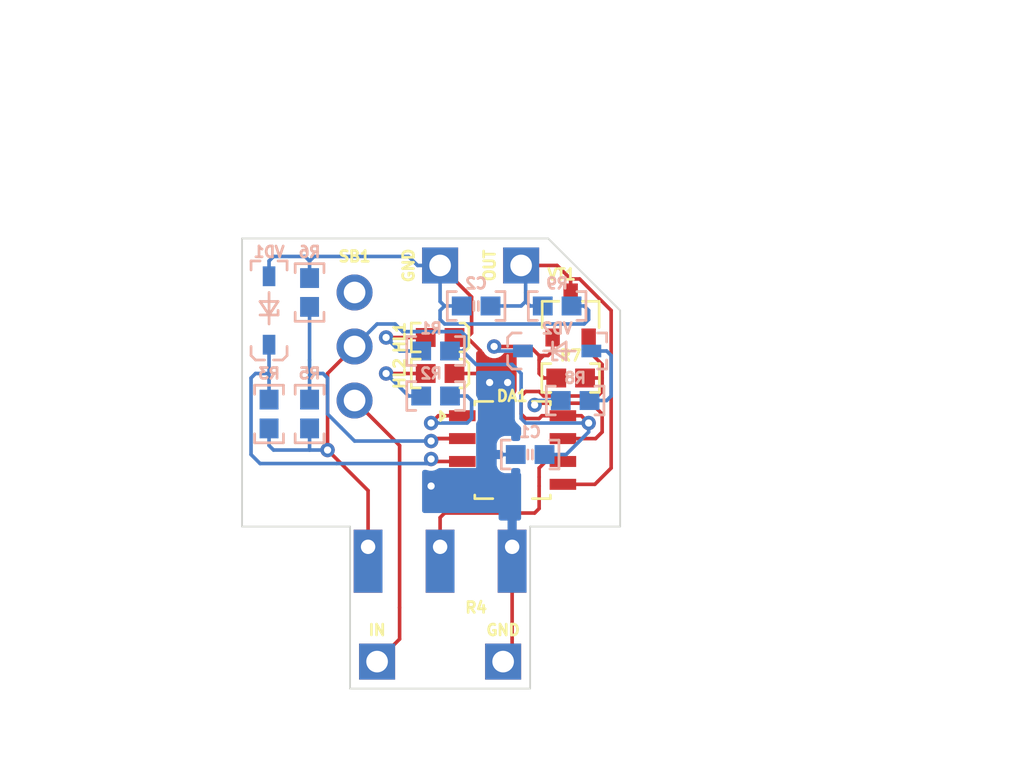
<source format=kicad_pcb>
(kicad_pcb (version 20221018) (generator pcbnew)
  (layers (0 "F.Cu" signal) (31 "B.Cu" signal) (34 "B.Paste" user) (35 "F.Paste" user) (36 "B.SilkS" user "B.Silkscreen") (37 "F.SilkS" user "F.Silkscreen") (38 "B.Mask" user) (39 "F.Mask" user) (44 "Edge.Cuts" user))
  (net 0 "")
  (net 1 "GND")
  (net 2 "/9V-IN")
  (net 4 "Net-(HL1-PadA)")
  (net 5 "9V")
  (net 6 "/UOUT")
  (net 7 "/DIRECT")
  (net 8 "AREF")
  (net 9 "2V5")
  (net 10 "/SENS")
  (net 11 "/ALARM-LED")
  (net 12 "Net-(HL2-PadA)")
  (net 13 "Net-(R7-Pad1)")
  (net 14 "Net-(R8-Pad1)")
  (footprint "MOTOR_VD_VT_HL:Корпус_КТ-46" (layer "F.Cu") (at 142.25 87.25 90)
    (fp_text reference "VT1" (at 2.25 -0.5 180) (layer "F.SilkS") (effects (font (size 0.6 0.6))))
    (fp_text value "smd-транзистор*pnp*0,5А*50В*КТ-46*ОТК" hide)
    (fp_line (start 0.76 -1.58) (end -0.7 -1.58) (stroke (width 0.15)) (layer "F.SilkS"))
    (fp_line (start 0.76 -1.58) (end 0.76 -0.65) (stroke (width 0.15)) (layer "F.SilkS"))
    (fp_line (start 0.76 1.58) (end -0.7 1.58) (stroke (width 0.15)) (layer "F.SilkS"))
    (fp_line (start 0.76 1.58) (end 0.76 0.65) (stroke (width 0.15)) (layer "F.SilkS"))
    (pad "1" smd rect (at -1.25 -1 90) (size 1 0.8) (layers "F.Cu" "F.Paste" "F.Mask") (net 13 "Net-(R7-Pad1)"))
    (pad "2" smd rect (at -1.25 1 90) (size 1 0.8) (layers "F.Cu" "F.Paste" "F.Mask") (net 5 "9V"))
    (pad "3" smd rect (at 1.25 0 90) (size 1 0.8) (layers "F.Cu" "F.Paste" "F.Mask") (net 6 "/UOUT"))
  )
  (footprint "MOTOR_ICO:Отверстие_под_пайку_D1.2" (layer "F.Cu") (at 139.5 84.5)
    (fp_text reference "X3" hide)
    (fp_text value "ico*группа_монтажных_отв.&1шт_1.2мм")
    (pad "1" thru_hole trapezoid (at 0 0) (size 2 2) (drill 1.2) (layers "*.Cu" "*.Paste" "*.Mask") (net 6 "/UOUT"))
  )
  (footprint "MOTOR_VD_VT_HL:Светодиод_SMD_IEC_0603(AK)" (layer "F.Cu") (at 135 90.5)
    (fp_text reference "HL2" (at -2.25 0 90) (layer "F.SilkS") (effects (font (size 0.6 0.6))))
    (fp_text value "smd-светодиод*красный*10мА*0603*ВП" hide)
    (fp_line (start -1.6 -0.8) (end -1.6 0.8) (stroke (width 0.15)) (layer "F.SilkS"))
    (fp_line (start -1.6 -0.8) (end -1.1 -0.8) (stroke (width 0.15)) (layer "F.SilkS"))
    (fp_line (start -1.6 0.8) (end -1.1 0.8) (stroke (width 0.15)) (layer "F.SilkS"))
    (fp_line (start 1.35 -0.8) (end 1.1 -0.8) (stroke (width 0.15)) (layer "F.SilkS"))
    (fp_line (start 1.35 0.8) (end 1.1 0.8) (stroke (width 0.15)) (layer "F.SilkS"))
    (fp_line (start 1.6 -0.55) (end 1.35 -0.8) (stroke (width 0.15)) (layer "F.SilkS"))
    (fp_line (start 1.6 -0.55) (end 1.6 0.55) (stroke (width 0.15)) (layer "F.SilkS"))
    (fp_line (start 1.6 0.55) (end 1.35 0.8) (stroke (width 0.15)) (layer "F.SilkS"))
    (pad "A" smd rect (at -0.8 0) (size 1.1 1.05) (layers "F.Cu" "F.Paste" "F.Mask") (net 12 "Net-(HL2-PadA)") (clearance 0.2))
    (pad "K" smd rect (at 0.8 0) (size 1.1 1.05) (layers "F.Cu" "F.Paste" "F.Mask") (net 1 "GND") (clearance 0.2))
  )
  (footprint "KICAD6_RLC:Резистор_SMD_IEC_0603-0,1_Вт" (layer "F.Cu") (at 142.25 90.75)
    (fp_text reference "R7" (at 0 -1.25 180) (layer "F.SilkS") (effects (font (size 0.6 0.6))))
    (fp_text value "smd-резистор*10к*0,1Вт*5проц*0603*ВП")
    (fp_line (start -1.6 -0.8) (end -1.6 0.8) (stroke (width 0.15)) (layer "F.SilkS"))
    (fp_line (start -1.6 -0.8) (end -1.1 -0.8) (stroke (width 0.15)) (layer "F.SilkS"))
    (fp_line (start -1.6 0.8) (end -1.1 0.8) (stroke (width 0.15)) (layer "F.SilkS"))
    (fp_line (start 1.6 -0.8) (end 1.1 -0.8) (stroke (width 0.15)) (layer "F.SilkS"))
    (fp_line (start 1.6 -0.8) (end 1.6 0.8) (stroke (width 0.15)) (layer "F.SilkS"))
    (fp_line (start 1.6 0.8) (end 1.1 0.8) (stroke (width 0.15)) (layer "F.SilkS"))
    (pad "1" smd rect (at -0.8 0) (size 1.1 1.05) (layers "F.Cu" "F.Paste" "F.Mask") (net 13 "Net-(R7-Pad1)") (clearance 0.2))
    (pad "2" smd rect (at 0.8 0) (size 1.1 1.05) (layers "F.Cu" "F.Paste" "F.Mask") (net 5 "9V") (clearance 0.2))
  )
  (footprint "MOTOR_ICO:Отверстие_под_пайку_D1.2" (layer "F.Cu") (at 138.5 106.5)
    (fp_text reference "X2" hide)
    (fp_text value "ico*группа_монтажных_отв.&1шт_1.2мм")
    (pad "1" thru_hole trapezoid (at 0 0) (size 2 2) (drill 1.2) (layers "*.Cu" "*.Paste" "*.Mask") (net 1 "GND"))
  )
  (footprint "MOTOR_IMPORT_OTK:SO-8" (layer "F.Cu") (at 136.2682 92.861 -90)
    (fp_text reference "DA1" (at -1.111 -2.7318) (layer "F.SilkS") (effects (font (size 0.6 0.6))))
    (fp_text value "ОУ*сдвоенный*so-8*ОТК")
    (fp_line (start -0.811 -4.858) (end -0.811 -3.858) (stroke (width 0.15)) (layer "F.SilkS"))
    (fp_line (start -0.811 -0.658) (end -0.811 -1.658) (stroke (width 0.15)) (layer "F.SilkS"))
    (fp_line (start -0.611 -4.858) (end -0.811 -4.858) (stroke (width 0.15)) (layer "F.SilkS"))
    (fp_line (start -0.611 -0.658) (end -0.811 -0.658) (stroke (width 0.15)) (layer "F.SilkS"))
    (fp_line (start -0.25 1.25) (end 0 1) (stroke (width 0.15)) (layer "F.SilkS"))
    (fp_line (start 0 1) (end 0.25 1.25) (stroke (width 0.15)) (layer "F.SilkS"))
    (fp_line (start 0.25 1.25) (end -0.25 1.25) (stroke (width 0.15)) (layer "F.SilkS"))
    (fp_line (start 4.389 -4.858) (end 4.589 -4.858) (stroke (width 0.15)) (layer "F.SilkS"))
    (fp_line (start 4.389 -0.658) (end 4.589 -0.658) (stroke (width 0.15)) (layer "F.SilkS"))
    (fp_line (start 4.589 -4.858) (end 4.589 -3.858) (stroke (width 0.15)) (layer "F.SilkS"))
    (fp_line (start 4.589 -0.658) (end 4.589 -1.658) (stroke (width 0.15)) (layer "F.SilkS"))
    (pad "1" smd rect (at -0.016 0.036 270) (size 0.6096 1.4732) (layers "F.Cu" "F.Paste" "F.Mask") (net 11 "/ALARM-LED"))
    (pad "2" smd rect (at 1.254 0.036 270) (size 0.6096 1.4732) (layers "F.Cu" "F.Paste" "F.Mask") (net 10 "/SENS"))
    (pad "3" smd rect (at 2.524 0.036 270) (size 0.6096 1.4732) (layers "F.Cu" "F.Paste" "F.Mask") (net 9 "2V5"))
    (pad "4" smd rect (at 3.794 0.036 270) (size 0.6096 1.4732) (layers "F.Cu" "F.Paste" "F.Mask") (net 1 "GND"))
    (pad "5" smd rect (at 3.794 -5.552 270) (size 0.6096 1.4732) (layers "F.Cu" "F.Paste" "F.Mask") (net 6 "/UOUT"))
    (pad "6" smd rect (at 2.524 -5.552 270) (size 0.6096 1.4732) (layers "F.Cu" "F.Paste" "F.Mask") (net 8 "AREF"))
    (pad "7" smd rect (at 1.254 -5.552 270) (size 0.6096 1.4732) (layers "F.Cu" "F.Paste" "F.Mask") (net 7 "/DIRECT"))
    (pad "8" smd rect (at -0.016 -5.552 270) (size 0.6096 1.4732) (layers "F.Cu" "F.Paste" "F.Mask") (net 5 "9V"))
  )
  (footprint "Library:KLS7-SS-12F19-G5" (layer "F.Cu") (at 130.25 92 90)
    (fp_text reference "SB1" (at 8 0 unlocked) (layer "F.SilkS") (effects (font (size 0.6 0.6))))
    (fp_text value "DIP-переключатель_KLS7-SS-12F19-G5")
    (pad "1" thru_hole circle (at 0 0 90) (size 2 2) (drill 1.2) (layers "*.Cu" "*.Mask") (net 2 "/9V-IN"))
    (pad "2" thru_hole circle (at 3 0 90) (size 2 2) (drill 1.2) (layers "*.Cu" "*.Mask") (net 5 "9V"))
    (pad "3" thru_hole circle (at 6 0 90) (size 2 2) (drill 1.2) (layers "*.Cu" "*.Mask"))
  )
  (footprint "MOTOR_ICO:Отверстие_под_пайку_D1.2" (layer "F.Cu") (at 135 84.5)
    (fp_text reference "X4" hide)
    (fp_text value "ico*группа_монтажных_отв.&1шт_1.2мм")
    (pad "1" thru_hole trapezoid (at 0 0) (size 2 2) (drill 1.2) (layers "*.Cu" "*.Paste" "*.Mask") (net 1 "GND"))
  )
  (footprint "MOTOR_VD_VT_HL:Светодиод_SMD_IEC_0603(AK)" (layer "F.Cu") (at 135 88.5)
    (fp_text reference "HL1" (at -2.25 0 90) (layer "F.SilkS") (effects (font (size 0.6 0.6))))
    (fp_text value "smd-светодиод*зеленый*10мА*0603*ВП" hide)
    (fp_line (start -1.6 -0.8) (end -1.6 0.8) (stroke (width 0.15)) (layer "F.SilkS"))
    (fp_line (start -1.6 -0.8) (end -1.1 -0.8) (stroke (width 0.15)) (layer "F.SilkS"))
    (fp_line (start -1.6 0.8) (end -1.1 0.8) (stroke (width 0.15)) (layer "F.SilkS"))
    (fp_line (start 1.35 -0.8) (end 1.1 -0.8) (stroke (width 0.15)) (layer "F.SilkS"))
    (fp_line (start 1.35 0.8) (end 1.1 0.8) (stroke (width 0.15)) (layer "F.SilkS"))
    (fp_line (start 1.6 -0.55) (end 1.35 -0.8) (stroke (width 0.15)) (layer "F.SilkS"))
    (fp_line (start 1.6 -0.55) (end 1.6 0.55) (stroke (width 0.15)) (layer "F.SilkS"))
    (fp_line (start 1.6 0.55) (end 1.35 0.8) (stroke (width 0.15)) (layer "F.SilkS"))
    (pad "A" smd rect (at -0.8 0) (size 1.1 1.05) (layers "F.Cu" "F.Paste" "F.Mask") (net 4 "Net-(HL1-PadA)") (clearance 0.2))
    (pad "K" smd rect (at 0.8 0) (size 1.1 1.05) (layers "F.Cu" "F.Paste" "F.Mask") (net 1 "GND") (clearance 0.2))
  )
  (footprint "MOTOR_ICO:Отверстие_под_пайку_D1.2" (layer "F.Cu") (at 131.5 106.5)
    (fp_text reference "X1" hide)
    (fp_text value "ico*группа_монтажных_отв.&1шт_1.2мм")
    (pad "1" thru_hole trapezoid (at 0 0) (size 2 2) (drill 1.2) (layers "*.Cu" "*.Paste" "*.Mask") (net 2 "/9V-IN"))
  )
  (footprint "Library:R1001N12B1-A10K-vertical" (layer "F.Cu") (at 139 100.125 180)
    (fp_text reference "R4" (at 2 -3.375 unlocked) (layer "F.SilkS") (effects (font (size 0.6 0.6))))
    (fp_text value "DIP-переменный_резистор_R1001N12B1-A10K_вертикальный" hide)
    (pad "1" thru_hole rect (at 0 0 180) (size 1.6 3.5) (drill 0.8 (offset 0 -0.8)) (layers "*.Cu" "*.Mask") (net 1 "GND"))
    (pad "2" thru_hole rect (at 4 0 180) (size 1.6 3.5) (drill 0.8 (offset 0 -0.8)) (layers "*.Cu" "*.Mask") (net 8 "AREF"))
    (pad "3" thru_hole rect (at 8 0 180) (size 1.6 3.5) (drill 0.8 (offset 0 -0.8)) (layers "*.Cu" "*.Mask") (net 5 "9V"))
  )
  (footprint "MOTOR_RLC:Конденсатор_SMD_IEC_0603" (layer "B.Cu") (at 140 95)
    (fp_text reference "C1" (at 0 -1.25) (layer "B.SilkS") (effects (font (size 0.6 0.6)) (justify mirror)))
    (fp_text value "smd-конденсатор-керамика*0,01мк*25В*0603*ВП")
    (fp_line (start -1.6 -0.8) (end -1.1 -0.8) (stroke (width 0.15)) (layer "B.SilkS"))
    (fp_line (start -1.6 0.8) (end -1.6 -0.8) (stroke (width 0.15)) (layer "B.SilkS"))
    (fp_line (start -1.6 0.8) (end -1.1 0.8) (stroke (width 0.15)) (layer "B.SilkS"))
    (fp_line (start -0.125 0.25) (end -0.125 -0.25) (stroke (width 0.15)) (layer "B.SilkS"))
    (fp_line (start 0.125 0.25) (end 0.125 -0.25) (stroke (width 0.15)) (layer "B.SilkS"))
    (fp_line (start 1.6 -0.8) (end 1.1 -0.8) (stroke (width 0.15)) (layer "B.SilkS"))
    (fp_line (start 1.6 0.8) (end 1.1 0.8) (stroke (width 0.15)) (layer "B.SilkS"))
    (fp_line (start 1.6 0.8) (end 1.6 -0.8) (stroke (width 0.15)) (layer "B.SilkS"))
    (pad "1" smd rect (at -0.8 0) (size 1.1 1.05) (layers "B.Cu" "B.Paste" "B.Mask") (net 1 "GND") (clearance 0.2))
    (pad "2" smd rect (at 0.8 0) (size 1.1 1.05) (layers "B.Cu" "B.Paste" "B.Mask") (net 5 "9V") (clearance 0.2))
  )
  (footprint "KICAD6_RLC:Резистор_SMD_IEC_0603-0,1_Вт" (layer "B.Cu") (at 134.75 91.75 180)
    (fp_text reference "R2" (at 0.25 1.25 180) (layer "B.SilkS") (effects (font (size 0.6 0.6)) (justify mirror)))
    (fp_text value "smd-резистор*4,7к*0603*ВП")
    (fp_line (start -1.6 -0.8) (end -1.1 -0.8) (stroke (width 0.15)) (layer "B.SilkS"))
    (fp_line (start -1.6 0.8) (end -1.6 -0.8) (stroke (width 0.15)) (layer "B.SilkS"))
    (fp_line (start -1.6 0.8) (end -1.1 0.8) (stroke (width 0.15)) (layer "B.SilkS"))
    (fp_line (start 1.6 -0.8) (end 1.1 -0.8) (stroke (width 0.15)) (layer "B.SilkS"))
    (fp_line (start 1.6 0.8) (end 1.1 0.8) (stroke (width 0.15)) (layer "B.SilkS"))
    (fp_line (start 1.6 0.8) (end 1.6 -0.8) (stroke (width 0.15)) (layer "B.SilkS"))
    (pad "1" smd rect (at -0.8 0 180) (size 1.1 1.05) (layers "B.Cu" "B.Paste" "B.Mask") (net 11 "/ALARM-LED") (clearance 0.2))
    (pad "2" smd rect (at 0.8 0 180) (size 1.1 1.05) (layers "B.Cu" "B.Paste" "B.Mask") (net 12 "Net-(HL2-PadA)") (clearance 0.2))
  )
  (footprint "KICAD6_RLC:Резистор_SMD_IEC_0603-0,1_Вт" (layer "B.Cu") (at 134.75 89.25 180)
    (fp_text reference "R1" (at 0.25 1.25 180) (layer "B.SilkS") (effects (font (size 0.6 0.6)) (justify mirror)))
    (fp_text value "smd-резистор*4,7к*0603*ВП")
    (fp_line (start -1.6 -0.8) (end -1.1 -0.8) (stroke (width 0.15)) (layer "B.SilkS"))
    (fp_line (start -1.6 0.8) (end -1.6 -0.8) (stroke (width 0.15)) (layer "B.SilkS"))
    (fp_line (start -1.6 0.8) (end -1.1 0.8) (stroke (width 0.15)) (layer "B.SilkS"))
    (fp_line (start 1.6 -0.8) (end 1.1 -0.8) (stroke (width 0.15)) (layer "B.SilkS"))
    (fp_line (start 1.6 0.8) (end 1.1 0.8) (stroke (width 0.15)) (layer "B.SilkS"))
    (fp_line (start 1.6 0.8) (end 1.6 -0.8) (stroke (width 0.15)) (layer "B.SilkS"))
    (pad "1" smd rect (at -0.8 0 180) (size 1.1 1.05) (layers "B.Cu" "B.Paste" "B.Mask") (net 5 "9V") (clearance 0.2))
    (pad "2" smd rect (at 0.8 0 180) (size 1.1 1.05) (layers "B.Cu" "B.Paste" "B.Mask") (net 4 "Net-(HL1-PadA)") (clearance 0.2))
  )
  (footprint "MOTOR_RLC:Конденсатор_SMD_IEC_0603" (layer "B.Cu") (at 137 86.75)
    (fp_text reference "C2" (at 0 -1.25 180) (layer "B.SilkS") (effects (font (size 0.6 0.6)) (justify mirror)))
    (fp_text value "smd-конденсатор-керамика*0,01мк*25В*0603*ВП")
    (fp_line (start -1.6 -0.8) (end -1.1 -0.8) (stroke (width 0.15)) (layer "B.SilkS"))
    (fp_line (start -1.6 0.8) (end -1.6 -0.8) (stroke (width 0.15)) (layer "B.SilkS"))
    (fp_line (start -1.6 0.8) (end -1.1 0.8) (stroke (width 0.15)) (layer "B.SilkS"))
    (fp_line (start -0.125 0.25) (end -0.125 -0.25) (stroke (width 0.15)) (layer "B.SilkS"))
    (fp_line (start 0.125 0.25) (end 0.125 -0.25) (stroke (width 0.15)) (layer "B.SilkS"))
    (fp_line (start 1.6 -0.8) (end 1.1 -0.8) (stroke (width 0.15)) (layer "B.SilkS"))
    (fp_line (start 1.6 0.8) (end 1.1 0.8) (stroke (width 0.15)) (layer "B.SilkS"))
    (fp_line (start 1.6 0.8) (end 1.6 -0.8) (stroke (width 0.15)) (layer "B.SilkS"))
    (pad "1" smd rect (at -0.8 0) (size 1.1 1.05) (layers "B.Cu" "B.Paste" "B.Mask") (net 1 "GND") (clearance 0.2))
    (pad "2" smd rect (at 0.8 0) (size 1.1 1.05) (layers "B.Cu" "B.Paste" "B.Mask") (net 6 "/UOUT") (clearance 0.2))
  )
  (footprint "KICAD6_RLC:Резистор_SMD_IEC_0603-0,1_Вт" (layer "B.Cu") (at 127.75 86 -90)
    (fp_text reference "R6" (at -2.25 0 180) (layer "B.SilkS") (effects (font (size 0.6 0.6)) (justify mirror)))
    (fp_text value "smd-резистор*10к*0,1Вт*5проц*0603*ВП")
    (fp_line (start -1.6 -0.8) (end -1.1 -0.8) (stroke (width 0.15)) (layer "B.SilkS"))
    (fp_line (start -1.6 0.8) (end -1.6 -0.8) (stroke (width 0.15)) (layer "B.SilkS"))
    (fp_line (start -1.6 0.8) (end -1.1 0.8) (stroke (width 0.15)) (layer "B.SilkS"))
    (fp_line (start 1.6 -0.8) (end 1.1 -0.8) (stroke (width 0.15)) (layer "B.SilkS"))
    (fp_line (start 1.6 0.8) (end 1.1 0.8) (stroke (width 0.15)) (layer "B.SilkS"))
    (fp_line (start 1.6 0.8) (end 1.6 -0.8) (stroke (width 0.15)) (layer "B.SilkS"))
    (pad "1" smd rect (at -0.8 0 270) (size 1.1 1.05) (layers "B.Cu" "B.Paste" "B.Mask") (net 1 "GND") (clearance 0.2))
    (pad "2" smd rect (at 0.8 0 270) (size 1.1 1.05) (layers "B.Cu" "B.Paste" "B.Mask") (net 10 "/SENS") (clearance 0.2))
  )
  (footprint "KICAD6_RLC:Резистор_SMD_IEC_0603-0,1_Вт" (layer "B.Cu") (at 142.5 92 180)
    (fp_text reference "R8" (at 0 1.25 180) (layer "B.SilkS") (effects (font (size 0.6 0.6)) (justify mirror)))
    (fp_text value "smd-резистор*4,7к*0603*ВП")
    (fp_line (start -1.6 -0.8) (end -1.1 -0.8) (stroke (width 0.15)) (layer "B.SilkS"))
    (fp_line (start -1.6 0.8) (end -1.6 -0.8) (stroke (width 0.15)) (layer "B.SilkS"))
    (fp_line (start -1.6 0.8) (end -1.1 0.8) (stroke (width 0.15)) (layer "B.SilkS"))
    (fp_line (start 1.6 -0.8) (end 1.1 -0.8) (stroke (width 0.15)) (layer "B.SilkS"))
    (fp_line (start 1.6 0.8) (end 1.1 0.8) (stroke (width 0.15)) (layer "B.SilkS"))
    (fp_line (start 1.6 0.8) (end 1.6 -0.8) (stroke (width 0.15)) (layer "B.SilkS"))
    (pad "1" smd rect (at -0.8 0 180) (size 1.1 1.05) (layers "B.Cu" "B.Paste" "B.Mask") (net 14 "Net-(R8-Pad1)") (clearance 0.2))
    (pad "2" smd rect (at 0.8 0 180) (size 1.1 1.05) (layers "B.Cu" "B.Paste" "B.Mask") (net 7 "/DIRECT") (clearance 0.2))
  )
  (footprint "KICAD6_RLC:Резистор_SMD_IEC_0603-0,1_Вт" (layer "B.Cu") (at 125.5 92.75 -90)
    (fp_text reference "R3" (at -2.25 0 180) (layer "B.SilkS") (effects (font (size 0.6 0.6)) (justify mirror)))
    (fp_text value "smd-резистор*10к*0,1Вт*5проц*0603*ВП")
    (fp_line (start -1.6 -0.8) (end -1.1 -0.8) (stroke (width 0.15)) (layer "B.SilkS"))
    (fp_line (start -1.6 0.8) (end -1.6 -0.8) (stroke (width 0.15)) (layer "B.SilkS"))
    (fp_line (start -1.6 0.8) (end -1.1 0.8) (stroke (width 0.15)) (layer "B.SilkS"))
    (fp_line (start 1.6 -0.8) (end 1.1 -0.8) (stroke (width 0.15)) (layer "B.SilkS"))
    (fp_line (start 1.6 0.8) (end 1.1 0.8) (stroke (width 0.15)) (layer "B.SilkS"))
    (fp_line (start 1.6 0.8) (end 1.6 -0.8) (stroke (width 0.15)) (layer "B.SilkS"))
    (pad "1" smd rect (at -0.8 0 270) (size 1.1 1.05) (layers "B.Cu" "B.Paste" "B.Mask") (net 9 "2V5") (clearance 0.2))
    (pad "2" smd rect (at 0.8 0 270) (size 1.1 1.05) (layers "B.Cu" "B.Paste" "B.Mask") (net 5 "9V") (clearance 0.2))
  )
  (footprint "MOTOR_VD_VT_HL:Корпус_IEC_КД-36" (layer "B.Cu") (at 125.5 87 90)
    (fp_text reference "VD1" (at 3.25 0 180) (layer "B.SilkS") (effects (font (size 0.6 0.6)) (justify mirror)))
    (fp_text value "smd-стабилитрон*6,8В*5мА*КД-36*ОТК")
    (fp_line (start -2.75 -0.75) (end -2.75 -0.25) (stroke (width 0.15)) (layer "B.SilkS"))
    (fp_line (start -2.75 -0.75) (end -2.5 -1) (stroke (width 0.15)) (layer "B.SilkS"))
    (fp_line (start -2.75 0.25) (end -2.75 0.75) (stroke (width 0.15)) (layer "B.SilkS"))
    (fp_line (start -2.5 1) (end -2.75 0.75) (stroke (width 0.15)) (layer "B.SilkS"))
    (fp_line (start -2.5 1) (end -2 1) (stroke (width 0.15)) (layer "B.SilkS"))
    (fp_line (start -2 -1) (end -2.5 -1) (stroke (width 0.15)) (layer "B.SilkS"))
    (fp_line (start -0.75 0) (end 1 0) (stroke (width 0.15)) (layer "B.SilkS"))
    (fp_line (start -0.25 -0.5) (end -0.25 0.5) (stroke (width 0.15)) (layer "B.SilkS"))
    (fp_line (start -0.25 0) (end 0.5 -0.5) (stroke (width 0.15)) (layer "B.SilkS"))
    (fp_line (start -0.25 0.5) (end 0 0.5) (stroke (width 0.15)) (layer "B.SilkS"))
    (fp_line (start 0.5 -0.5) (end 0.5 0.5) (stroke (width 0.15)) (layer "B.SilkS"))
    (fp_line (start 0.5 0.5) (end -0.25 0) (stroke (width 0.15)) (layer "B.SilkS"))
    (fp_line (start 2.25 1) (end 2.75 1) (stroke (width 0.15)) (layer "B.SilkS"))
    (fp_line (start 2.75 -1) (end 2.25 -1) (stroke (width 0.15)) (layer "B.SilkS"))
    (fp_line (start 2.75 -0.5) (end 2.75 -1) (stroke (width 0.15)) (layer "B.SilkS"))
    (fp_line (start 2.75 0.5) (end 2.75 1) (stroke (width 0.15)) (layer "B.SilkS"))
    (pad "A" smd rect (at 1.9 0 90) (size 1.1 0.7) (layers "B.Cu" "B.Paste" "B.Mask") (net 1 "GND"))
    (pad "K" smd rect (at -1.9 0 90) (size 1.1 0.7) (layers "B.Cu" "B.Paste" "B.Mask") (net 9 "2V5"))
  )
  (footprint "MOTOR_VD_VT_HL:Корпус_IEC_КД-36" (layer "B.Cu") (at 141.5 89.25)
    (fp_text reference "VD2" (at 0 -1.25) (layer "B.SilkS") (effects (font (size 0.6 0.6)) (justify mirror)))
    (fp_text value "smd-стабилитрон*6,8В*5мА*КД-36*ОТК")
    (fp_line (start -2.75 -0.75) (end -2.75 -0.25) (stroke (width 0.15)) (layer "B.SilkS"))
    (fp_line (start -2.75 -0.75) (end -2.5 -1) (stroke (width 0.15)) (layer "B.SilkS"))
    (fp_line (start -2.75 0.25) (end -2.75 0.75) (stroke (width 0.15)) (layer "B.SilkS"))
    (fp_line (start -2.5 1) (end -2.75 0.75) (stroke (width 0.15)) (layer "B.SilkS"))
    (fp_line (start -2.5 1) (end -2 1) (stroke (width 0.15)) (layer "B.SilkS"))
    (fp_line (start -2 -1) (end -2.5 -1) (stroke (width 0.15)) (layer "B.SilkS"))
    (fp_line (start -0.75 0) (end 1 0) (stroke (width 0.15)) (layer "B.SilkS"))
    (fp_line (start -0.25 -0.5) (end -0.25 0.5) (stroke (width 0.15)) (layer "B.SilkS"))
    (fp_line (start -0.25 0) (end 0.5 -0.5) (stroke (width 0.15)) (layer "B.SilkS"))
    (fp_line (start -0.25 0.5) (end 0 0.5) (stroke (width 0.15)) (layer "B.SilkS"))
    (fp_line (start 0.5 -0.5) (end 0.5 0.5) (stroke (width 0.15)) (layer "B.SilkS"))
    (fp_line (start 0.5 0.5) (end -0.25 0) (stroke (width 0.15)) (layer "B.SilkS"))
    (fp_line (start 2.25 1) (end 2.75 1) (stroke (width 0.15)) (layer "B.SilkS"))
    (fp_line (start 2.75 -1) (end 2.25 -1) (stroke (width 0.15)) (layer "B.SilkS"))
    (fp_line (start 2.75 -0.5) (end 2.75 -1) (stroke (width 0.15)) (layer "B.SilkS"))
    (fp_line (start 2.75 0.5) (end 2.75 1) (stroke (width 0.15)) (layer "B.SilkS"))
    (pad "A" smd rect (at 1.9 0) (size 1.1 0.7) (layers "B.Cu" "B.Paste" "B.Mask") (net 14 "Net-(R8-Pad1)"))
    (pad "K" smd rect (at -1.9 0) (size 1.1 0.7) (layers "B.Cu" "B.Paste" "B.Mask") (net 13 "Net-(R7-Pad1)"))
  )
  (footprint "KICAD6_RLC:Резистор_SMD_IEC_0603-0,1_Вт" (layer "B.Cu") (at 141.5 86.75 180)
    (fp_text reference "R9" (at 0 1.25) (layer "B.SilkS") (effects (font (size 0.6 0.6)) (justify mirror)))
    (fp_text value "smd-резистор*10к*0,1Вт*5проц*0603*ВП")
    (fp_line (start -1.6 -0.8) (end -1.1 -0.8) (stroke (width 0.15)) (layer "B.SilkS"))
    (fp_line (start -1.6 0.8) (end -1.6 -0.8) (stroke (width 0.15)) (layer "B.SilkS"))
    (fp_line (start -1.6 0.8) (end -1.1 0.8) (stroke (width 0.15)) (layer "B.SilkS"))
    (fp_line (start 1.6 -0.8) (end 1.1 -0.8) (stroke (width 0.15)) (layer "B.SilkS"))
    (fp_line (start 1.6 0.8) (end 1.1 0.8) (stroke (width 0.15)) (layer "B.SilkS"))
    (fp_line (start 1.6 0.8) (end 1.6 -0.8) (stroke (width 0.15)) (layer "B.SilkS"))
    (pad "1" smd rect (at -0.8 0 180) (size 1.1 1.05) (layers "B.Cu" "B.Paste" "B.Mask") (net 1 "GND") (clearance 0.2))
    (pad "2" smd rect (at 0.8 0 180) (size 1.1 1.05) (layers "B.Cu" "B.Paste" "B.Mask") (net 6 "/UOUT") (clearance 0.2))
  )
  (footprint "KICAD6_RLC:Резистор_SMD_IEC_0603-0,1_Вт" (layer "B.Cu") (at 127.75 92.75 -90)
    (fp_text reference "R5" (at -2.25 0 180) (layer "B.SilkS") (effects (font (size 0.6 0.6)) (justify mirror)))
    (fp_text value "smd-резистор*10к*0,1Вт*5проц*0603*ВП")
    (fp_line (start -1.6 -0.8) (end -1.1 -0.8) (stroke (width 0.15)) (layer "B.SilkS"))
    (fp_line (start -1.6 0.8) (end -1.6 -0.8) (stroke (width 0.15)) (layer "B.SilkS"))
    (fp_line (start -1.6 0.8) (end -1.1 0.8) (stroke (width 0.15)) (layer "B.SilkS"))
    (fp_line (start 1.6 -0.8) (end 1.1 -0.8) (stroke (width 0.15)) (layer "B.SilkS"))
    (fp_line (start 1.6 0.8) (end 1.1 0.8) (stroke (width 0.15)) (layer "B.SilkS"))
    (fp_line (start 1.6 0.8) (end 1.6 -0.8) (stroke (width 0.15)) (layer "B.SilkS"))
    (pad "1" smd rect (at -0.8 0 270) (size 1.1 1.05) (layers "B.Cu" "B.Paste" "B.Mask") (net 10 "/SENS") (clearance 0.2))
    (pad "2" smd rect (at 0.8 0 270) (size 1.1 1.05) (layers "B.Cu" "B.Paste" "B.Mask") (net 5 "9V") (clearance 0.2))
  )
  (gr_line (start 130 108) (end 140 108) (stroke (width 0.1)) (layer "Edge.Cuts"))
  (gr_line (start 130 99) (end 124 99) (stroke (width 0.1)) (layer "Edge.Cuts"))
  (gr_line (start 145 99) (end 140 99) (stroke (width 0.1)) (layer "Edge.Cuts"))
  (gr_line (start 130 108) (end 130 99) (stroke (width 0.1)) (layer "Edge.Cuts"))
  (gr_line (start 124 99) (end 124 83) (stroke (width 0.1)) (layer "Edge.Cuts"))
  (gr_line (start 145 87) (end 141 83) (stroke (width 0.1)) (layer "Edge.Cuts"))
  (gr_line (start 124 83) (end 141 83) (stroke (width 0.1)) (layer "Edge.Cuts"))
  (gr_line (start 145 99) (end 145 87) (stroke (width 0.1)) (layer "Edge.Cuts"))
  (gr_line (start 140 108) (end 140 99) (stroke (width 0.1)) (layer "Edge.Cuts"))
  (gr_text "IN" (at 131.5 104.75) (layer "F.SilkS") (effects (font (size 0.6 0.6))))
  (gr_text "GND" (at 133.25 84.5 90) (layer "F.SilkS") (effects (font (size 0.6 0.6))))
  (gr_text "GND" (at 138.5 104.75) (layer "F.SilkS") (effects (font (size 0.6 0.6))))
  (gr_text "OUT" (at 137.75 84.5 90) (layer "F.SilkS") (effects (font (size 0.6 0.6))))
  (segment (start 139 100.125) (end 139 105.25) (width 0.2) (layer "F.Cu") (net 1))
  (segment (start 136.5 88.5) (end 135.8 88.5) (width 0.2) (layer "F.Cu") (net 1))
  (segment (start 139 106) (end 138.5 106.5) (width 0.2) (layer "F.Cu") (net 1))
  (segment (start 136.75 88.25) (end 136.75 86.25) (width 0.2) (layer "F.Cu") (net 1))
  (segment (start 136.5 88.5) (end 137.25 89.25) (width 0.2) (layer "F.Cu") (net 1))
  (segment (start 134.845 96.655) (end 136.2322 96.655) (width 0.2) (layer "F.Cu") (net 1))
  (segment (start 136.5 88.5) (end 136.75 88.25) (width 0.2) (layer "F.Cu") (net 1))
  (segment (start 137.25 89.25) (end 137.25 90) (width 0.2) (layer "F.Cu") (net 1))
  (segment (start 135.8 90.5) (end 137.75 90.5) (width 0.2) (layer "F.Cu") (net 1))
  (segment (start 136.75 86.25) (end 135 84.5) (width 0.2) (layer "F.Cu") (net 1))
  (segment (start 134.5 96.75) (end 134.845 96.655) (width 0.2) (layer "F.Cu") (net 1))
  (segment (start 139 105.25) (end 139 106) (width 0.2) (layer "F.Cu") (net 1))
  (via (at 134.5 96.75) (size 0.8) (drill 0.4) (layers "F.Cu" "B.Cu") (net 1))
  (via (at 137.75 91) (size 0.8) (drill 0.4) (layers "F.Cu" "B.Cu") (net 1))
  (via (at 138.75 91) (size 0.8) (drill 0.4) (layers "F.Cu" "B.Cu") (net 1))
  (segment (start 127.75 85.2) (end 127.75 84.25) (width 0.2) (layer "B.Cu") (net 1))
  (segment (start 133.75 84.5) (end 135 84.5) (width 0.2) (layer "B.Cu") (net 1))
  (segment (start 143.25 87.5) (end 143 87.75) (width 0.2) (layer "B.Cu") (net 1))
  (segment (start 127.5 84) (end 127.75 84.25) (width 0.2) (layer "B.Cu") (net 1))
  (segment (start 143.25 87) (end 143.25 87.5) (width 0.2) (layer "B.Cu") (net 1))
  (segment (start 127.5 84) (end 125.75 84) (width 0.2) (layer "B.Cu") (net 1))
  (segment (start 135 87.5) (end 135 87) (width 0.2) (layer "B.Cu") (net 1))
  (segment (start 142.3 86.75) (end 143 86.75) (width 0.2) (layer "B.Cu") (net 1))
  (segment (start 133.25 84) (end 133.75 84.5) (width 0.2) (layer "B.Cu") (net 1))
  (segment (start 128 84) (end 133.25 84) (width 0.2) (layer "B.Cu") (net 1))
  (segment (start 136.2 86.75) (end 135.25 86.75) (width 0.2) (layer "B.Cu") (net 1))
  (segment (start 125.5 85.1) (end 125.5 84.25) (width 0.2) (layer "B.Cu") (net 1))
  (segment (start 143 86.75) (end 143.25 87) (width 0.2) (layer "B.Cu") (net 1))
  (segment (start 125.5 84.25) (end 125.75 84) (width 0.2) (layer "B.Cu") (net 1))
  (segment (start 139.2 95) (end 137.75 95) (width 0.2) (layer "B.Cu") (net 1))
  (segment (start 127.75 84.25) (end 128 84) (width 0.2) (layer "B.Cu") (net 1))
  (segment (start 135.25 86.75) (end 135 86.5) (width 0.2) (layer "B.Cu") (net 1))
  (segment (start 137.75 91) (end 138.75 91) (width 0.2) (layer "B.Cu") (net 1))
  (segment (start 135 86.5) (end 135 84.5) (width 0.2) (layer "B.Cu") (net 1))
  (segment (start 143 87.75) (end 135.25 87.75) (width 0.2) (layer "B.Cu") (net 1))
  (segment (start 135 87) (end 135.25 86.75) (width 0.2) (layer "B.Cu") (net 1))
  (segment (start 135.25 87.75) (end 135 87.5) (width 0.2) (layer "B.Cu") (net 1))
  (segment (start 132.75 103.5) (end 132.75 105.25) (width 0.2) (layer "F.Cu") (net 2))
  (segment (start 132.75 94.5) (end 130.25 92) (width 0.2) (layer "F.Cu") (net 2))
  (segment (start 132.75 103.5) (end 132.75 94.5) (width 0.2) (layer "F.Cu") (net 2))
  (segment (start 131.5 106.5) (end 132.75 105.25) (width 0.2) (layer "F.Cu") (net 2))
  (segment (start 134.2 88.5) (end 132 88.5) (width 0.2) (layer "F.Cu") (net 4))
  (via (at 132 88.5) (size 0.8) (drill 0.4) (layers "F.Cu" "B.Cu") (net 4))
  (segment (start 132.75 89.25) (end 132 88.5) (width 0.2) (layer "B.Cu") (net 4))
  (segment (start 133.95 89.25) (end 132.75 89.25) (width 0.2) (layer "B.Cu") (net 4))
  (segment (start 139.5 92.75) (end 139.75 93) (width 0.2) (layer "F.Cu") (net 5))
  (segment (start 131 97) (end 128.75 94.75) (width 0.2) (layer "F.Cu") (net 5))
  (segment (start 140.5 91.5) (end 140.75 91.75) (width 0.2) (layer "F.Cu") (net 5))
  (segment (start 139.5 91.75) (end 139.75 91.5) (width 0.2) (layer "F.Cu") (net 5))
  (segment (start 143.75 91.75) (end 144 91.5) (width 0.2) (layer "F.Cu") (net 5))
  (segment (start 144 91.5) (end 144 90.75) (width 0.2) (layer "F.Cu") (net 5))
  (segment (start 142.845 92.845) (end 143.25 93.25) (width 0.2) (layer "F.Cu") (net 5))
  (segment (start 139.75 91.5) (end 140.5 91.5) (width 0.2) (layer "F.Cu") (net 5))
  (segment (start 143.75 91.75) (end 140.75 91.75) (width 0.2) (layer "F.Cu") (net 5))
  (segment (start 131 100.125) (end 131 97) (width 0.2) (layer "F.Cu") (net 5))
  (segment (start 128.75 94.75) (end 128.75 90.5) (width 0.2) (layer "F.Cu") (net 5))
  (segment (start 140.655 92.845) (end 140.5 93) (width 0.2) (layer "F.Cu") (net 5))
  (segment (start 128.75 90.5) (end 130.25 89) (width 0.2) (layer "F.Cu") (net 5))
  (segment (start 143.25 89.25) (end 143.25 88.5) (width 0.2) (layer "F.Cu") (net 5))
  (segment (start 139.5 91.75) (end 139.5 92.75) (width 0.2) (layer "F.Cu") (net 5))
  (segment (start 141.8202 92.845) (end 140.655 92.845) (width 0.2) (layer "F.Cu") (net 5))
  (segment (start 139.75 93) (end 140.5 93) (width 0.2) (layer "F.Cu") (net 5))
  (segment (start 144 90) (end 143.25 89.25) (width 0.2) (layer "F.Cu") (net 5))
  (segment (start 143.05 90.75) (end 144 90.75) (width 0.2) (layer "F.Cu") (net 5))
  (segment (start 141.8202 92.845) (end 142.845 92.845) (width 0.2) (layer "F.Cu") (net 5))
  (segment (start 144 90.75) (end 144 90) (width 0.2) (layer "F.Cu") (net 5))
  (via (at 128.75 94.75) (size 0.8) (drill 0.4) (layers "F.Cu" "B.Cu") (net 5))
  (via (at 143.25 93.25) (size 0.8) (drill 0.4) (layers "F.Cu" "B.Cu") (net 5))
  (segment (start 139 90) (end 139.5 90.5) (width 0.2) (layer "B.Cu") (net 5))
  (segment (start 127.75 94.75) (end 125.75 94.75) (width 0.2) (layer "B.Cu") (net 5))
  (segment (start 125.5 94.5) (end 125.5 93.55) (width 0.2) (layer "B.Cu") (net 5))
  (segment (start 136.175 88.175) (end 132.925 88.175) (width 0.2) (layer "B.Cu") (net 5))
  (segment (start 125.75 94.75) (end 125.5 94.5) (width 0.2) (layer "B.Cu") (net 5))
  (segment (start 137 90) (end 137.25 90) (width 0.2) (layer "B.Cu") (net 5))
  (segment (start 136.25 89.25) (end 137 90) (width 0.2) (layer "B.Cu") (net 5))
  (segment (start 143.25 93.25) (end 143.25 93.75) (width 0.2) (layer "B.Cu") (net 5))
  (segment (start 132.925 88.175) (end 132.5 87.75) (width 0.2) (layer "B.Cu") (net 5))
  (segment (start 142 95) (end 140.8 95) (width 0.2) (layer "B.Cu") (net 5))
  (segment (start 139.75 93.25) (end 143.25 93.25) (width 0.2) (layer "B.Cu") (net 5))
  (segment (start 139.5 93) (end 139.75 93.25) (width 0.2) (layer "B.Cu") (net 5))
  (segment (start 136.5 88.5) (end 136.5 89) (width 0.2) (layer "B.Cu") (net 5))
  (segment (start 137.25 90) (end 139 90) (width 0.2) (layer "B.Cu") (net 5))
  (segment (start 128.75 94.75) (end 127.75 94.75) (width 0.2) (layer "B.Cu") (net 5))
  (segment (start 139.5 90.5) (end 139.5 93) (width 0.2) (layer "B.Cu") (net 5))
  (segment (start 135.55 89.25) (end 136.25 89.25) (width 0.2) (layer "B.Cu") (net 5))
  (segment (start 136.5 89) (end 136.25 89.25) (width 0.2) (layer "B.Cu") (net 5))
  (segment (start 143.25 93.75) (end 142 95) (width 0.2) (layer "B.Cu") (net 5))
  (segment (start 136.5 88.5) (end 136.175 88.175) (width 0.2) (layer "B.Cu") (net 5))
  (segment (start 132.5 87.75) (end 131.5 87.75) (width 0.2) (layer "B.Cu") (net 5))
  (segment (start 127.75 93.55) (end 127.75 94.75) (width 0.2) (layer "B.Cu") (net 5))
  (segment (start 131.5 87.75) (end 130.25 89) (width 0.2) (layer "B.Cu") (net 5))
  (segment (start 144.5 87) (end 144.5 95.75) (width 0.2) (layer "F.Cu") (net 6))
  (segment (start 139.5 84.5) (end 141.5 84.5) (width 0.2) (layer "F.Cu") (net 6))
  (segment (start 142.75 85.25) (end 144.5 87) (width 0.2) (layer "F.Cu") (net 6))
  (segment (start 142.25 86) (end 142.25 85.25) (width 0.2) (layer "F.Cu") (net 6))
  (segment (start 144.5 95.75) (end 143.75 96.5) (width 0.2) (layer "F.Cu") (net 6))
  (segment (start 141.5 84.5) (end 142 85) (width 0.2) (layer "F.Cu") (net 6))
  (segment (start 142.25 85.25) (end 142 85) (width 0.2) (layer "F.Cu") (net 6))
  (segment (start 142.25 85.25) (end 142.75 85.25) (width 0.2) (layer "F.Cu") (net 6))
  (segment (start 141.8202 96.655) (end 143.595 96.655) (width 0.2) (layer "F.Cu") (net 6))
  (segment (start 143.595 96.655) (end 143.75 96.5) (width 0.2) (layer "F.Cu") (net 6))
  (segment (start 140 86.75) (end 139.75 86.5) (width 0.2) (layer "B.Cu") (net 6))
  (segment (start 139.75 84.75) (end 139.5 84.5) (width 0.2) (layer "B.Cu") (net 6))
  (segment (start 139.5 86.75) (end 139.75 86.5) (width 0.2) (layer "B.Cu") (net 6))
  (segment (start 139.75 86.5) (end 139.75 86) (width 0.2) (layer "B.Cu") (net 6))
  (segment (start 139.75 86) (end 139.75 84.75) (width 0.2) (layer "B.Cu") (net 6))
  (segment (start 137.8 86.75) (end 139.5 86.75) (width 0.2) (layer "B.Cu") (net 6))
  (segment (start 140.7 86.75) (end 140 86.75) (width 0.2) (layer "B.Cu") (net 6))
  (segment (start 143.4 92.15) (end 144 92.75) (width 0.2) (layer "F.Cu") (net 7))
  (segment (start 143.635 94.115) (end 141.8202 94.115) (width 0.2) (layer "F.Cu") (net 7))
  (segment (start 140.35 92.15) (end 143.4 92.15) (width 0.2) (layer "F.Cu") (net 7))
  (segment (start 144 92.75) (end 144 93.75) (width 0.2) (layer "F.Cu") (net 7))
  (segment (start 144 93.75) (end 143.635 94.115) (width 0.2) (layer "F.Cu") (net 7))
  (segment (start 140.25 92.25) (end 140.35 92.15) (width 0.2) (layer "F.Cu") (net 7))
  (via (at 140.25 92.25) (size 0.8) (drill 0.4) (layers "F.Cu" "B.Cu") (net 7))
  (segment (start 140.5 92) (end 140.25 92.25) (width 0.2) (layer "B.Cu") (net 7))
  (segment (start 141.7 92) (end 140.5 92) (width 0.2) (layer "B.Cu") (net 7))
  (segment (start 140.5 96.75) (end 140.5 96.25) (width 0.2) (layer "F.Cu") (net 8))
  (segment (start 140.865 95.385) (end 140.5 95.75) (width 0.2) (layer "F.Cu") (net 8))
  (segment (start 135 98.5) (end 135 100.125) (width 0.2) (layer "F.Cu") (net 8))
  (segment (start 140.5 95.75) (end 140.5 96.25) (width 0.2) (layer "F.Cu") (net 8))
  (segment (start 135.25 98.25) (end 135 98.5) (width 0.2) (layer "F.Cu") (net 8))
  (segment (start 140.5 98) (end 140.25 98.25) (width 0.2) (layer "F.Cu") (net 8))
  (segment (start 141.8202 95.385) (end 140.865 95.385) (width 0.2) (layer "F.Cu") (net 8))
  (segment (start 140.25 98.25) (end 135.25 98.25) (width 0.2) (layer "F.Cu") (net 8))
  (segment (start 140.5 96.75) (end 140.5 98) (width 0.2) (layer "F.Cu") (net 8))
  (segment (start 134.865 95.385) (end 136.2322 95.385) (width 0.2) (layer "F.Cu") (net 9))
  (segment (start 134.5 95.25) (end 134.865 95.385) (width 0.2) (layer "F.Cu") (net 9))
  (via (at 134.5 95.25) (size 0.8) (drill 0.4) (layers "F.Cu" "B.Cu") (net 9))
  (segment (start 134.25 95.5) (end 134.5 95.25) (width 0.2) (layer "B.Cu") (net 9))
  (segment (start 125.5 90.5) (end 125.5 88.9) (width 0.2) (layer "B.Cu") (net 9))
  (segment (start 124.5 95) (end 124.5 90.75) (width 0.2) (layer "B.Cu") (net 9))
  (segment (start 124.5 90.75) (end 124.75 90.5) (width 0.2) (layer "B.Cu") (net 9))
  (segment (start 125.5 91.95) (end 125.5 90.5) (width 0.2) (layer "B.Cu") (net 9))
  (segment (start 125 95.5) (end 124.5 95) (width 0.2) (layer "B.Cu") (net 9))
  (segment (start 129.25 95.5) (end 125 95.5) (width 0.2) (layer "B.Cu") (net 9))
  (segment (start 124.75 90.5) (end 125.5 90.5) (width 0.2) (layer "B.Cu") (net 9))
  (segment (start 129.25 95.5) (end 134.25 95.5) (width 0.2) (layer "B.Cu") (net 9))
  (segment (start 134.635 94.115) (end 134.5 94.25) (width 0.2) (layer "F.Cu") (net 10))
  (segment (start 134.885 94.115) (end 136.2322 94.115) (width 0.2) (layer "F.Cu") (net 10))
  (segment (start 136.2322 94.115) (end 134.635 94.115) (width 0.2) (layer "F.Cu") (net 10))
  (via (at 134.5 94.25) (size 0.8) (drill 0.4) (layers "F.Cu" "B.Cu") (net 10))
  (segment (start 130.25 94.25) (end 130 94) (width 0.2) (layer "B.Cu") (net 10))
  (segment (start 128.5 90.5) (end 128.75 90.75) (width 0.2) (layer "B.Cu") (net 10))
  (segment (start 129.5 93.5) (end 128.75 92.75) (width 0.2) (layer "B.Cu") (net 10))
  (segment (start 127.75 90.5) (end 128.5 90.5) (width 0.2) (layer "B.Cu") (net 10))
  (segment (start 127.75 89.75) (end 127.75 90.5) (width 0.2) (layer "B.Cu") (net 10))
  (segment (start 130 94) (end 129.5 93.5) (width 0.2) (layer "B.Cu") (net 10))
  (segment (start 128.75 92.75) (end 128.75 90.75) (width 0.2) (layer "B.Cu") (net 10))
  (segment (start 127.75 90.5) (end 127.75 91.95) (width 0.2) (layer "B.Cu") (net 10))
  (segment (start 134.5 94.25) (end 130.25 94.25) (width 0.2) (layer "B.Cu") (net 10))
  (segment (start 127.75 86.8) (end 127.75 89.75) (width 0.2) (layer "B.Cu") (net 10))
  (segment (start 134.905 92.845) (end 134.5 93.25) (width 0.2) (layer "F.Cu") (net 11))
  (segment (start 136.2322 92.845) (end 134.905 92.845) (width 0.2) (layer "F.Cu") (net 11))
  (via (at 134.5 93.25) (size 0.8) (drill 0.4) (layers "F.Cu" "B.Cu") (net 11))
  (segment (start 136.75 93) (end 136.75 92.75) (width 0.2) (layer "B.Cu") (net 11))
  (segment (start 136.5 91.75) (end 136.75 92) (width 0.2) (layer "B.Cu") (net 11))
  (segment (start 136.5 93.25) (end 136.75 93) (width 0.2) (layer "B.Cu") (net 11))
  (segment (start 134.5 93.25) (end 136.5 93.25) (width 0.2) (layer "B.Cu") (net 11))
  (segment (start 135.55 91.75) (end 136.5 91.75) (width 0.2) (layer "B.Cu") (net 11))
  (segment (start 136.75 92.5) (end 136.75 92) (width 0.2) (layer "B.Cu") (net 11))
  (segment (start 136.75 92.75) (end 136.75 92.5) (width 0.2) (layer "B.Cu") (net 11))
  (segment (start 134.2 90.5) (end 132 90.5) (width 0.2) (layer "F.Cu") (net 12))
  (via (at 132 90.5) (size 0.8) (drill 0.4) (layers "F.Cu" "B.Cu") (net 12))
  (segment (start 133.25 91.75) (end 132 90.5) (width 0.2) (layer "B.Cu") (net 12))
  (segment (start 133.95 91.75) (end 133.25 91.75) (width 0.2) (layer "B.Cu") (net 12))
  (segment (start 141 89.5) (end 141.25 89.25) (width 0.2) (layer "F.Cu") (net 13))
  (segment (start 140.5 89.75) (end 140.75 89.5) (width 0.2) (layer "F.Cu") (net 13))
  (segment (start 138 89) (end 140 89) (width 0.2) (layer "F.Cu") (net 13))
  (segment (start 140.5 89.5) (end 140.75 89.5) (width 0.2) (layer "F.Cu") (net 13))
  (segment (start 140.75 89.5) (end 141 89.5) (width 0.2) (layer "F.Cu") (net 13))
  (segment (start 140 89) (end 140.5 89.5) (width 0.2) (layer "F.Cu") (net 13))
  (segment (start 140.5 89.75) (end 140.5 89.5) (width 0.2) (layer "F.Cu") (net 13))
  (segment (start 141.45 90.75) (end 140.75 90.75) (width 0.2) (layer "F.Cu") (net 13))
  (segment (start 141.25 89.25) (end 141.25 89) (width 0.2) (layer "F.Cu") (net 13))
  (segment (start 140.5 90.5) (end 140.5 90.25) (width 0.2) (layer "F.Cu") (net 13))
  (segment (start 140.75 90.75) (end 140.5 90.5) (width 0.2) (layer "F.Cu") (net 13))
  (segment (start 140.5 90.25) (end 140.5 89.75) (width 0.2) (layer "F.Cu") (net 13))
  (via (at 138 89) (size 0.8) (drill 0.4) (layers "F.Cu" "B.Cu") (net 13))
  (segment (start 138.25 89.25) (end 138 89) (width 0.2) (layer "B.Cu") (net 13))
  (segment (start 139.6 89.25) (end 138.25 89.25) (width 0.2) (layer "B.Cu") (net 13))
  (segment (start 143.4 89.25) (end 144.25 89.25) (width 0.2) (layer "B.Cu") (net 14))
  (segment (start 144.5 91.75) (end 144.5 91.5) (width 0.2) (layer "B.Cu") (net 14))
  (segment (start 144.25 92) (end 144.5 91.75) (width 0.2) (layer "B.Cu") (net 14))
  (segment (start 144.5 90.5) (end 144.5 91.5) (width 0.2) (layer "B.Cu") (net 14))
  (segment (start 144.25 89.25) (end 144.5 89.5) (width 0.2) (layer "B.Cu") (net 14))
  (segment (start 144.5 90.5) (end 144.5 89.5) (width 0.2) (layer "B.Cu") (net 14))
  (segment (start 143.3 92) (end 144.25 92) (width 0.2) (layer "B.Cu") (net 14))
  (zone (net 1) (net_name "GND") (layer "F.Cu") (connect_pads (clearance 0.25)) (min_thickness 0.254) (fill yes (thermal_gap 0.508) (thermal_bridge_width 0.508))
    (polygon (pts (xy 139.25 91.75) (xy 137 91.75) (xy 137 89.25) (xy 139.25 89.25)))
  )
  (zone (net 0) (net_name "") (layer "B.Cu") (connect_pads (clearance 0)) (min_thickness 0.254)
    (keepout (tracks allowed) (vias allowed) (pads allowed) (copperpour not_allowed) (footprints allowed))
    (fill (thermal_gap 0.508) (thermal_bridge_width 0.508))
    (polygon (pts (xy 141.5 95.75) (xy 138.5 95.75) (xy 138.5 94.25) (xy 141.5 94.25)))
  )
  (zone (net 1) (net_name "GND") (layer "B.Cu") (connect_pads (clearance 0.25)) (min_thickness 0.254) (fill yes (thermal_gap 0.508) (thermal_bridge_width 0.508))
    (polygon (pts (xy 139.5 100.75) (xy 138.25 100.75) (xy 138.25 98.25) (xy 134 98.25) (xy 134 95.75) (xy 137 95.75) (xy 137 89.5) (xy 139.5 89.5)))
  )
)
</source>
